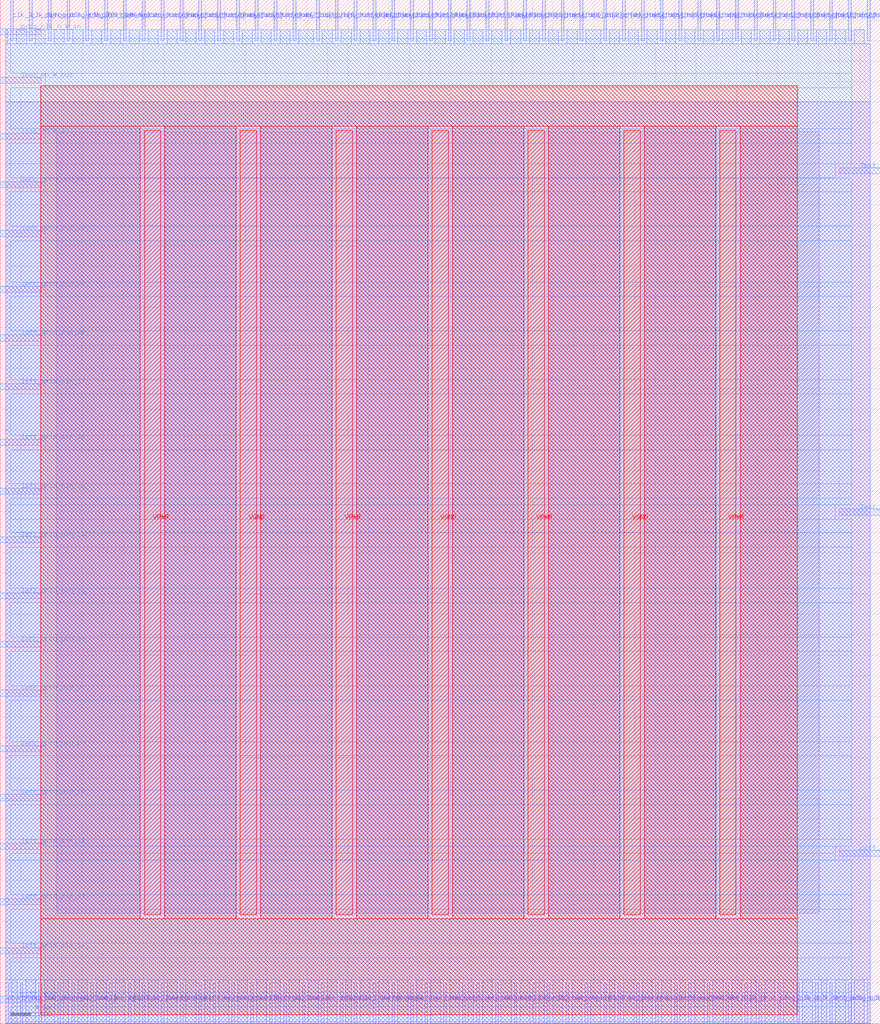
<source format=lef>
VERSION 5.7 ;
  NOWIREEXTENSIONATPIN ON ;
  DIVIDERCHAR "/" ;
  BUSBITCHARS "[]" ;
MACRO cby_1__1_
  CLASS BLOCK ;
  FOREIGN cby_1__1_ ;
  ORIGIN 0.000 0.000 ;
  SIZE 86.000 BY 100.000 ;
  PIN Test_en_E_in
    DIRECTION INPUT ;
    USE SIGNAL ;
    PORT
      LAYER met3 ;
        RECT 82.000 83.000 86.000 83.600 ;
    END
  END Test_en_E_in
  PIN Test_en_E_out
    DIRECTION OUTPUT TRISTATE ;
    USE SIGNAL ;
    PORT
      LAYER met3 ;
        RECT 82.000 49.680 86.000 50.280 ;
    END
  END Test_en_E_out
  PIN Test_en_N_out
    DIRECTION OUTPUT TRISTATE ;
    USE SIGNAL ;
    PORT
      LAYER met2 ;
        RECT 10.210 96.000 10.490 100.000 ;
    END
  END Test_en_N_out
  PIN Test_en_S_in
    DIRECTION INPUT ;
    USE SIGNAL ;
    PORT
      LAYER met2 ;
        RECT 69.090 0.000 69.370 4.000 ;
    END
  END Test_en_S_in
  PIN Test_en_W_in
    DIRECTION INPUT ;
    USE SIGNAL ;
    PORT
      LAYER met3 ;
        RECT 0.000 86.400 4.000 87.000 ;
    END
  END Test_en_W_in
  PIN Test_en_W_out
    DIRECTION OUTPUT TRISTATE ;
    USE SIGNAL ;
    PORT
      LAYER met3 ;
        RECT 0.000 91.840 4.000 92.440 ;
    END
  END Test_en_W_out
  PIN VGND
    DIRECTION INPUT ;
    USE GROUND ;
    PORT
      LAYER met4 ;
        RECT 23.460 10.640 25.060 87.280 ;
    END
    PORT
      LAYER met4 ;
        RECT 42.200 10.640 43.800 87.280 ;
    END
    PORT
      LAYER met4 ;
        RECT 60.940 10.640 62.540 87.280 ;
    END
  END VGND
  PIN VPWR
    DIRECTION INPUT ;
    USE POWER ;
    PORT
      LAYER met4 ;
        RECT 14.090 10.640 15.690 87.280 ;
    END
    PORT
      LAYER met4 ;
        RECT 32.830 10.640 34.430 87.280 ;
    END
    PORT
      LAYER met4 ;
        RECT 51.570 10.640 53.170 87.280 ;
    END
    PORT
      LAYER met4 ;
        RECT 70.310 10.640 71.910 87.280 ;
    END
  END VPWR
  PIN ccff_head
    DIRECTION INPUT ;
    USE SIGNAL ;
    PORT
      LAYER met3 ;
        RECT 0.000 2.080 4.000 2.680 ;
    END
  END ccff_head
  PIN ccff_tail
    DIRECTION OUTPUT TRISTATE ;
    USE SIGNAL ;
    PORT
      LAYER met3 ;
        RECT 82.000 16.360 86.000 16.960 ;
    END
  END ccff_tail
  PIN chany_bottom_in[0]
    DIRECTION INPUT ;
    USE SIGNAL ;
    PORT
      LAYER met2 ;
        RECT 34.590 0.000 34.870 4.000 ;
    END
  END chany_bottom_in[0]
  PIN chany_bottom_in[10]
    DIRECTION INPUT ;
    USE SIGNAL ;
    PORT
      LAYER met2 ;
        RECT 52.070 0.000 52.350 4.000 ;
    END
  END chany_bottom_in[10]
  PIN chany_bottom_in[11]
    DIRECTION INPUT ;
    USE SIGNAL ;
    PORT
      LAYER met2 ;
        RECT 53.450 0.000 53.730 4.000 ;
    END
  END chany_bottom_in[11]
  PIN chany_bottom_in[12]
    DIRECTION INPUT ;
    USE SIGNAL ;
    PORT
      LAYER met2 ;
        RECT 55.290 0.000 55.570 4.000 ;
    END
  END chany_bottom_in[12]
  PIN chany_bottom_in[13]
    DIRECTION INPUT ;
    USE SIGNAL ;
    PORT
      LAYER met2 ;
        RECT 57.130 0.000 57.410 4.000 ;
    END
  END chany_bottom_in[13]
  PIN chany_bottom_in[14]
    DIRECTION INPUT ;
    USE SIGNAL ;
    PORT
      LAYER met2 ;
        RECT 58.970 0.000 59.250 4.000 ;
    END
  END chany_bottom_in[14]
  PIN chany_bottom_in[15]
    DIRECTION INPUT ;
    USE SIGNAL ;
    PORT
      LAYER met2 ;
        RECT 60.350 0.000 60.630 4.000 ;
    END
  END chany_bottom_in[15]
  PIN chany_bottom_in[16]
    DIRECTION INPUT ;
    USE SIGNAL ;
    PORT
      LAYER met2 ;
        RECT 62.190 0.000 62.470 4.000 ;
    END
  END chany_bottom_in[16]
  PIN chany_bottom_in[17]
    DIRECTION INPUT ;
    USE SIGNAL ;
    PORT
      LAYER met2 ;
        RECT 64.030 0.000 64.310 4.000 ;
    END
  END chany_bottom_in[17]
  PIN chany_bottom_in[18]
    DIRECTION INPUT ;
    USE SIGNAL ;
    PORT
      LAYER met2 ;
        RECT 65.870 0.000 66.150 4.000 ;
    END
  END chany_bottom_in[18]
  PIN chany_bottom_in[19]
    DIRECTION INPUT ;
    USE SIGNAL ;
    PORT
      LAYER met2 ;
        RECT 67.250 0.000 67.530 4.000 ;
    END
  END chany_bottom_in[19]
  PIN chany_bottom_in[1]
    DIRECTION INPUT ;
    USE SIGNAL ;
    PORT
      LAYER met2 ;
        RECT 36.430 0.000 36.710 4.000 ;
    END
  END chany_bottom_in[1]
  PIN chany_bottom_in[2]
    DIRECTION INPUT ;
    USE SIGNAL ;
    PORT
      LAYER met2 ;
        RECT 38.270 0.000 38.550 4.000 ;
    END
  END chany_bottom_in[2]
  PIN chany_bottom_in[3]
    DIRECTION INPUT ;
    USE SIGNAL ;
    PORT
      LAYER met2 ;
        RECT 40.110 0.000 40.390 4.000 ;
    END
  END chany_bottom_in[3]
  PIN chany_bottom_in[4]
    DIRECTION INPUT ;
    USE SIGNAL ;
    PORT
      LAYER met2 ;
        RECT 41.490 0.000 41.770 4.000 ;
    END
  END chany_bottom_in[4]
  PIN chany_bottom_in[5]
    DIRECTION INPUT ;
    USE SIGNAL ;
    PORT
      LAYER met2 ;
        RECT 43.330 0.000 43.610 4.000 ;
    END
  END chany_bottom_in[5]
  PIN chany_bottom_in[6]
    DIRECTION INPUT ;
    USE SIGNAL ;
    PORT
      LAYER met2 ;
        RECT 45.170 0.000 45.450 4.000 ;
    END
  END chany_bottom_in[6]
  PIN chany_bottom_in[7]
    DIRECTION INPUT ;
    USE SIGNAL ;
    PORT
      LAYER met2 ;
        RECT 46.550 0.000 46.830 4.000 ;
    END
  END chany_bottom_in[7]
  PIN chany_bottom_in[8]
    DIRECTION INPUT ;
    USE SIGNAL ;
    PORT
      LAYER met2 ;
        RECT 48.390 0.000 48.670 4.000 ;
    END
  END chany_bottom_in[8]
  PIN chany_bottom_in[9]
    DIRECTION INPUT ;
    USE SIGNAL ;
    PORT
      LAYER met2 ;
        RECT 50.230 0.000 50.510 4.000 ;
    END
  END chany_bottom_in[9]
  PIN chany_bottom_out[0]
    DIRECTION OUTPUT TRISTATE ;
    USE SIGNAL ;
    PORT
      LAYER met2 ;
        RECT 0.550 0.000 0.830 4.000 ;
    END
  END chany_bottom_out[0]
  PIN chany_bottom_out[10]
    DIRECTION OUTPUT TRISTATE ;
    USE SIGNAL ;
    PORT
      LAYER met2 ;
        RECT 17.570 0.000 17.850 4.000 ;
    END
  END chany_bottom_out[10]
  PIN chany_bottom_out[11]
    DIRECTION OUTPUT TRISTATE ;
    USE SIGNAL ;
    PORT
      LAYER met2 ;
        RECT 19.410 0.000 19.690 4.000 ;
    END
  END chany_bottom_out[11]
  PIN chany_bottom_out[12]
    DIRECTION OUTPUT TRISTATE ;
    USE SIGNAL ;
    PORT
      LAYER met2 ;
        RECT 20.790 0.000 21.070 4.000 ;
    END
  END chany_bottom_out[12]
  PIN chany_bottom_out[13]
    DIRECTION OUTPUT TRISTATE ;
    USE SIGNAL ;
    PORT
      LAYER met2 ;
        RECT 22.630 0.000 22.910 4.000 ;
    END
  END chany_bottom_out[13]
  PIN chany_bottom_out[14]
    DIRECTION OUTPUT TRISTATE ;
    USE SIGNAL ;
    PORT
      LAYER met2 ;
        RECT 24.470 0.000 24.750 4.000 ;
    END
  END chany_bottom_out[14]
  PIN chany_bottom_out[15]
    DIRECTION OUTPUT TRISTATE ;
    USE SIGNAL ;
    PORT
      LAYER met2 ;
        RECT 26.310 0.000 26.590 4.000 ;
    END
  END chany_bottom_out[15]
  PIN chany_bottom_out[16]
    DIRECTION OUTPUT TRISTATE ;
    USE SIGNAL ;
    PORT
      LAYER met2 ;
        RECT 27.690 0.000 27.970 4.000 ;
    END
  END chany_bottom_out[16]
  PIN chany_bottom_out[17]
    DIRECTION OUTPUT TRISTATE ;
    USE SIGNAL ;
    PORT
      LAYER met2 ;
        RECT 29.530 0.000 29.810 4.000 ;
    END
  END chany_bottom_out[17]
  PIN chany_bottom_out[18]
    DIRECTION OUTPUT TRISTATE ;
    USE SIGNAL ;
    PORT
      LAYER met2 ;
        RECT 31.370 0.000 31.650 4.000 ;
    END
  END chany_bottom_out[18]
  PIN chany_bottom_out[19]
    DIRECTION OUTPUT TRISTATE ;
    USE SIGNAL ;
    PORT
      LAYER met2 ;
        RECT 33.210 0.000 33.490 4.000 ;
    END
  END chany_bottom_out[19]
  PIN chany_bottom_out[1]
    DIRECTION OUTPUT TRISTATE ;
    USE SIGNAL ;
    PORT
      LAYER met2 ;
        RECT 1.930 0.000 2.210 4.000 ;
    END
  END chany_bottom_out[1]
  PIN chany_bottom_out[2]
    DIRECTION OUTPUT TRISTATE ;
    USE SIGNAL ;
    PORT
      LAYER met2 ;
        RECT 3.770 0.000 4.050 4.000 ;
    END
  END chany_bottom_out[2]
  PIN chany_bottom_out[3]
    DIRECTION OUTPUT TRISTATE ;
    USE SIGNAL ;
    PORT
      LAYER met2 ;
        RECT 5.610 0.000 5.890 4.000 ;
    END
  END chany_bottom_out[3]
  PIN chany_bottom_out[4]
    DIRECTION OUTPUT TRISTATE ;
    USE SIGNAL ;
    PORT
      LAYER met2 ;
        RECT 6.990 0.000 7.270 4.000 ;
    END
  END chany_bottom_out[4]
  PIN chany_bottom_out[5]
    DIRECTION OUTPUT TRISTATE ;
    USE SIGNAL ;
    PORT
      LAYER met2 ;
        RECT 8.830 0.000 9.110 4.000 ;
    END
  END chany_bottom_out[5]
  PIN chany_bottom_out[6]
    DIRECTION OUTPUT TRISTATE ;
    USE SIGNAL ;
    PORT
      LAYER met2 ;
        RECT 10.670 0.000 10.950 4.000 ;
    END
  END chany_bottom_out[6]
  PIN chany_bottom_out[7]
    DIRECTION OUTPUT TRISTATE ;
    USE SIGNAL ;
    PORT
      LAYER met2 ;
        RECT 12.510 0.000 12.790 4.000 ;
    END
  END chany_bottom_out[7]
  PIN chany_bottom_out[8]
    DIRECTION OUTPUT TRISTATE ;
    USE SIGNAL ;
    PORT
      LAYER met2 ;
        RECT 13.890 0.000 14.170 4.000 ;
    END
  END chany_bottom_out[8]
  PIN chany_bottom_out[9]
    DIRECTION OUTPUT TRISTATE ;
    USE SIGNAL ;
    PORT
      LAYER met2 ;
        RECT 15.730 0.000 16.010 4.000 ;
    END
  END chany_bottom_out[9]
  PIN chany_top_in[0]
    DIRECTION INPUT ;
    USE SIGNAL ;
    PORT
      LAYER met2 ;
        RECT 49.310 96.000 49.590 100.000 ;
    END
  END chany_top_in[0]
  PIN chany_top_in[10]
    DIRECTION INPUT ;
    USE SIGNAL ;
    PORT
      LAYER met2 ;
        RECT 68.170 96.000 68.450 100.000 ;
    END
  END chany_top_in[10]
  PIN chany_top_in[11]
    DIRECTION INPUT ;
    USE SIGNAL ;
    PORT
      LAYER met2 ;
        RECT 70.010 96.000 70.290 100.000 ;
    END
  END chany_top_in[11]
  PIN chany_top_in[12]
    DIRECTION INPUT ;
    USE SIGNAL ;
    PORT
      LAYER met2 ;
        RECT 71.850 96.000 72.130 100.000 ;
    END
  END chany_top_in[12]
  PIN chany_top_in[13]
    DIRECTION INPUT ;
    USE SIGNAL ;
    PORT
      LAYER met2 ;
        RECT 73.690 96.000 73.970 100.000 ;
    END
  END chany_top_in[13]
  PIN chany_top_in[14]
    DIRECTION INPUT ;
    USE SIGNAL ;
    PORT
      LAYER met2 ;
        RECT 75.530 96.000 75.810 100.000 ;
    END
  END chany_top_in[14]
  PIN chany_top_in[15]
    DIRECTION INPUT ;
    USE SIGNAL ;
    PORT
      LAYER met2 ;
        RECT 77.370 96.000 77.650 100.000 ;
    END
  END chany_top_in[15]
  PIN chany_top_in[16]
    DIRECTION INPUT ;
    USE SIGNAL ;
    PORT
      LAYER met2 ;
        RECT 79.210 96.000 79.490 100.000 ;
    END
  END chany_top_in[16]
  PIN chany_top_in[17]
    DIRECTION INPUT ;
    USE SIGNAL ;
    PORT
      LAYER met2 ;
        RECT 81.050 96.000 81.330 100.000 ;
    END
  END chany_top_in[17]
  PIN chany_top_in[18]
    DIRECTION INPUT ;
    USE SIGNAL ;
    PORT
      LAYER met2 ;
        RECT 82.890 96.000 83.170 100.000 ;
    END
  END chany_top_in[18]
  PIN chany_top_in[19]
    DIRECTION INPUT ;
    USE SIGNAL ;
    PORT
      LAYER met2 ;
        RECT 84.730 96.000 85.010 100.000 ;
    END
  END chany_top_in[19]
  PIN chany_top_in[1]
    DIRECTION INPUT ;
    USE SIGNAL ;
    PORT
      LAYER met2 ;
        RECT 51.150 96.000 51.430 100.000 ;
    END
  END chany_top_in[1]
  PIN chany_top_in[2]
    DIRECTION INPUT ;
    USE SIGNAL ;
    PORT
      LAYER met2 ;
        RECT 52.990 96.000 53.270 100.000 ;
    END
  END chany_top_in[2]
  PIN chany_top_in[3]
    DIRECTION INPUT ;
    USE SIGNAL ;
    PORT
      LAYER met2 ;
        RECT 54.830 96.000 55.110 100.000 ;
    END
  END chany_top_in[3]
  PIN chany_top_in[4]
    DIRECTION INPUT ;
    USE SIGNAL ;
    PORT
      LAYER met2 ;
        RECT 56.670 96.000 56.950 100.000 ;
    END
  END chany_top_in[4]
  PIN chany_top_in[5]
    DIRECTION INPUT ;
    USE SIGNAL ;
    PORT
      LAYER met2 ;
        RECT 58.970 96.000 59.250 100.000 ;
    END
  END chany_top_in[5]
  PIN chany_top_in[6]
    DIRECTION INPUT ;
    USE SIGNAL ;
    PORT
      LAYER met2 ;
        RECT 60.810 96.000 61.090 100.000 ;
    END
  END chany_top_in[6]
  PIN chany_top_in[7]
    DIRECTION INPUT ;
    USE SIGNAL ;
    PORT
      LAYER met2 ;
        RECT 62.650 96.000 62.930 100.000 ;
    END
  END chany_top_in[7]
  PIN chany_top_in[8]
    DIRECTION INPUT ;
    USE SIGNAL ;
    PORT
      LAYER met2 ;
        RECT 64.490 96.000 64.770 100.000 ;
    END
  END chany_top_in[8]
  PIN chany_top_in[9]
    DIRECTION INPUT ;
    USE SIGNAL ;
    PORT
      LAYER met2 ;
        RECT 66.330 96.000 66.610 100.000 ;
    END
  END chany_top_in[9]
  PIN chany_top_out[0]
    DIRECTION OUTPUT TRISTATE ;
    USE SIGNAL ;
    PORT
      LAYER met2 ;
        RECT 12.050 96.000 12.330 100.000 ;
    END
  END chany_top_out[0]
  PIN chany_top_out[10]
    DIRECTION OUTPUT TRISTATE ;
    USE SIGNAL ;
    PORT
      LAYER met2 ;
        RECT 30.910 96.000 31.190 100.000 ;
    END
  END chany_top_out[10]
  PIN chany_top_out[11]
    DIRECTION OUTPUT TRISTATE ;
    USE SIGNAL ;
    PORT
      LAYER met2 ;
        RECT 32.750 96.000 33.030 100.000 ;
    END
  END chany_top_out[11]
  PIN chany_top_out[12]
    DIRECTION OUTPUT TRISTATE ;
    USE SIGNAL ;
    PORT
      LAYER met2 ;
        RECT 34.590 96.000 34.870 100.000 ;
    END
  END chany_top_out[12]
  PIN chany_top_out[13]
    DIRECTION OUTPUT TRISTATE ;
    USE SIGNAL ;
    PORT
      LAYER met2 ;
        RECT 36.430 96.000 36.710 100.000 ;
    END
  END chany_top_out[13]
  PIN chany_top_out[14]
    DIRECTION OUTPUT TRISTATE ;
    USE SIGNAL ;
    PORT
      LAYER met2 ;
        RECT 38.270 96.000 38.550 100.000 ;
    END
  END chany_top_out[14]
  PIN chany_top_out[15]
    DIRECTION OUTPUT TRISTATE ;
    USE SIGNAL ;
    PORT
      LAYER met2 ;
        RECT 40.110 96.000 40.390 100.000 ;
    END
  END chany_top_out[15]
  PIN chany_top_out[16]
    DIRECTION OUTPUT TRISTATE ;
    USE SIGNAL ;
    PORT
      LAYER met2 ;
        RECT 41.950 96.000 42.230 100.000 ;
    END
  END chany_top_out[16]
  PIN chany_top_out[17]
    DIRECTION OUTPUT TRISTATE ;
    USE SIGNAL ;
    PORT
      LAYER met2 ;
        RECT 43.790 96.000 44.070 100.000 ;
    END
  END chany_top_out[17]
  PIN chany_top_out[18]
    DIRECTION OUTPUT TRISTATE ;
    USE SIGNAL ;
    PORT
      LAYER met2 ;
        RECT 45.630 96.000 45.910 100.000 ;
    END
  END chany_top_out[18]
  PIN chany_top_out[19]
    DIRECTION OUTPUT TRISTATE ;
    USE SIGNAL ;
    PORT
      LAYER met2 ;
        RECT 47.470 96.000 47.750 100.000 ;
    END
  END chany_top_out[19]
  PIN chany_top_out[1]
    DIRECTION OUTPUT TRISTATE ;
    USE SIGNAL ;
    PORT
      LAYER met2 ;
        RECT 13.890 96.000 14.170 100.000 ;
    END
  END chany_top_out[1]
  PIN chany_top_out[2]
    DIRECTION OUTPUT TRISTATE ;
    USE SIGNAL ;
    PORT
      LAYER met2 ;
        RECT 15.730 96.000 16.010 100.000 ;
    END
  END chany_top_out[2]
  PIN chany_top_out[3]
    DIRECTION OUTPUT TRISTATE ;
    USE SIGNAL ;
    PORT
      LAYER met2 ;
        RECT 17.570 96.000 17.850 100.000 ;
    END
  END chany_top_out[3]
  PIN chany_top_out[4]
    DIRECTION OUTPUT TRISTATE ;
    USE SIGNAL ;
    PORT
      LAYER met2 ;
        RECT 19.410 96.000 19.690 100.000 ;
    END
  END chany_top_out[4]
  PIN chany_top_out[5]
    DIRECTION OUTPUT TRISTATE ;
    USE SIGNAL ;
    PORT
      LAYER met2 ;
        RECT 21.250 96.000 21.530 100.000 ;
    END
  END chany_top_out[5]
  PIN chany_top_out[6]
    DIRECTION OUTPUT TRISTATE ;
    USE SIGNAL ;
    PORT
      LAYER met2 ;
        RECT 23.090 96.000 23.370 100.000 ;
    END
  END chany_top_out[6]
  PIN chany_top_out[7]
    DIRECTION OUTPUT TRISTATE ;
    USE SIGNAL ;
    PORT
      LAYER met2 ;
        RECT 24.930 96.000 25.210 100.000 ;
    END
  END chany_top_out[7]
  PIN chany_top_out[8]
    DIRECTION OUTPUT TRISTATE ;
    USE SIGNAL ;
    PORT
      LAYER met2 ;
        RECT 26.770 96.000 27.050 100.000 ;
    END
  END chany_top_out[8]
  PIN chany_top_out[9]
    DIRECTION OUTPUT TRISTATE ;
    USE SIGNAL ;
    PORT
      LAYER met2 ;
        RECT 28.610 96.000 28.890 100.000 ;
    END
  END chany_top_out[9]
  PIN clk_2_N_out
    DIRECTION OUTPUT TRISTATE ;
    USE SIGNAL ;
    PORT
      LAYER met2 ;
        RECT 1.010 96.000 1.290 100.000 ;
    END
  END clk_2_N_out
  PIN clk_2_S_in
    DIRECTION INPUT ;
    USE SIGNAL ;
    PORT
      LAYER met2 ;
        RECT 70.930 0.000 71.210 4.000 ;
    END
  END clk_2_S_in
  PIN clk_2_S_out
    DIRECTION OUTPUT TRISTATE ;
    USE SIGNAL ;
    PORT
      LAYER met2 ;
        RECT 77.830 0.000 78.110 4.000 ;
    END
  END clk_2_S_out
  PIN clk_3_N_out
    DIRECTION OUTPUT TRISTATE ;
    USE SIGNAL ;
    PORT
      LAYER met2 ;
        RECT 2.850 96.000 3.130 100.000 ;
    END
  END clk_3_N_out
  PIN clk_3_S_in
    DIRECTION INPUT ;
    USE SIGNAL ;
    PORT
      LAYER met2 ;
        RECT 72.770 0.000 73.050 4.000 ;
    END
  END clk_3_S_in
  PIN clk_3_S_out
    DIRECTION OUTPUT TRISTATE ;
    USE SIGNAL ;
    PORT
      LAYER met2 ;
        RECT 79.670 0.000 79.950 4.000 ;
    END
  END clk_3_S_out
  PIN left_grid_pin_16_
    DIRECTION OUTPUT TRISTATE ;
    USE SIGNAL ;
    PORT
      LAYER met3 ;
        RECT 0.000 6.840 4.000 7.440 ;
    END
  END left_grid_pin_16_
  PIN left_grid_pin_17_
    DIRECTION OUTPUT TRISTATE ;
    USE SIGNAL ;
    PORT
      LAYER met3 ;
        RECT 0.000 11.600 4.000 12.200 ;
    END
  END left_grid_pin_17_
  PIN left_grid_pin_18_
    DIRECTION OUTPUT TRISTATE ;
    USE SIGNAL ;
    PORT
      LAYER met3 ;
        RECT 0.000 17.040 4.000 17.640 ;
    END
  END left_grid_pin_18_
  PIN left_grid_pin_19_
    DIRECTION OUTPUT TRISTATE ;
    USE SIGNAL ;
    PORT
      LAYER met3 ;
        RECT 0.000 21.800 4.000 22.400 ;
    END
  END left_grid_pin_19_
  PIN left_grid_pin_20_
    DIRECTION OUTPUT TRISTATE ;
    USE SIGNAL ;
    PORT
      LAYER met3 ;
        RECT 0.000 26.560 4.000 27.160 ;
    END
  END left_grid_pin_20_
  PIN left_grid_pin_21_
    DIRECTION OUTPUT TRISTATE ;
    USE SIGNAL ;
    PORT
      LAYER met3 ;
        RECT 0.000 32.000 4.000 32.600 ;
    END
  END left_grid_pin_21_
  PIN left_grid_pin_22_
    DIRECTION OUTPUT TRISTATE ;
    USE SIGNAL ;
    PORT
      LAYER met3 ;
        RECT 0.000 36.760 4.000 37.360 ;
    END
  END left_grid_pin_22_
  PIN left_grid_pin_23_
    DIRECTION OUTPUT TRISTATE ;
    USE SIGNAL ;
    PORT
      LAYER met3 ;
        RECT 0.000 41.520 4.000 42.120 ;
    END
  END left_grid_pin_23_
  PIN left_grid_pin_24_
    DIRECTION OUTPUT TRISTATE ;
    USE SIGNAL ;
    PORT
      LAYER met3 ;
        RECT 0.000 46.960 4.000 47.560 ;
    END
  END left_grid_pin_24_
  PIN left_grid_pin_25_
    DIRECTION OUTPUT TRISTATE ;
    USE SIGNAL ;
    PORT
      LAYER met3 ;
        RECT 0.000 51.720 4.000 52.320 ;
    END
  END left_grid_pin_25_
  PIN left_grid_pin_26_
    DIRECTION OUTPUT TRISTATE ;
    USE SIGNAL ;
    PORT
      LAYER met3 ;
        RECT 0.000 56.480 4.000 57.080 ;
    END
  END left_grid_pin_26_
  PIN left_grid_pin_27_
    DIRECTION OUTPUT TRISTATE ;
    USE SIGNAL ;
    PORT
      LAYER met3 ;
        RECT 0.000 61.920 4.000 62.520 ;
    END
  END left_grid_pin_27_
  PIN left_grid_pin_28_
    DIRECTION OUTPUT TRISTATE ;
    USE SIGNAL ;
    PORT
      LAYER met3 ;
        RECT 0.000 66.680 4.000 67.280 ;
    END
  END left_grid_pin_28_
  PIN left_grid_pin_29_
    DIRECTION OUTPUT TRISTATE ;
    USE SIGNAL ;
    PORT
      LAYER met3 ;
        RECT 0.000 71.440 4.000 72.040 ;
    END
  END left_grid_pin_29_
  PIN left_grid_pin_30_
    DIRECTION OUTPUT TRISTATE ;
    USE SIGNAL ;
    PORT
      LAYER met3 ;
        RECT 0.000 76.880 4.000 77.480 ;
    END
  END left_grid_pin_30_
  PIN left_grid_pin_31_
    DIRECTION OUTPUT TRISTATE ;
    USE SIGNAL ;
    PORT
      LAYER met3 ;
        RECT 0.000 81.640 4.000 82.240 ;
    END
  END left_grid_pin_31_
  PIN prog_clk_0_N_out
    DIRECTION OUTPUT TRISTATE ;
    USE SIGNAL ;
    PORT
      LAYER met2 ;
        RECT 4.690 96.000 4.970 100.000 ;
    END
  END prog_clk_0_N_out
  PIN prog_clk_0_S_out
    DIRECTION OUTPUT TRISTATE ;
    USE SIGNAL ;
    PORT
      LAYER met2 ;
        RECT 81.050 0.000 81.330 4.000 ;
    END
  END prog_clk_0_S_out
  PIN prog_clk_0_W_in
    DIRECTION INPUT ;
    USE SIGNAL ;
    PORT
      LAYER met3 ;
        RECT 0.000 96.600 4.000 97.200 ;
    END
  END prog_clk_0_W_in
  PIN prog_clk_2_N_out
    DIRECTION OUTPUT TRISTATE ;
    USE SIGNAL ;
    PORT
      LAYER met2 ;
        RECT 6.530 96.000 6.810 100.000 ;
    END
  END prog_clk_2_N_out
  PIN prog_clk_2_S_in
    DIRECTION INPUT ;
    USE SIGNAL ;
    PORT
      LAYER met2 ;
        RECT 74.150 0.000 74.430 4.000 ;
    END
  END prog_clk_2_S_in
  PIN prog_clk_2_S_out
    DIRECTION OUTPUT TRISTATE ;
    USE SIGNAL ;
    PORT
      LAYER met2 ;
        RECT 82.890 0.000 83.170 4.000 ;
    END
  END prog_clk_2_S_out
  PIN prog_clk_3_N_out
    DIRECTION OUTPUT TRISTATE ;
    USE SIGNAL ;
    PORT
      LAYER met2 ;
        RECT 8.370 96.000 8.650 100.000 ;
    END
  END prog_clk_3_N_out
  PIN prog_clk_3_S_in
    DIRECTION INPUT ;
    USE SIGNAL ;
    PORT
      LAYER met2 ;
        RECT 75.990 0.000 76.270 4.000 ;
    END
  END prog_clk_3_S_in
  PIN prog_clk_3_S_out
    DIRECTION OUTPUT TRISTATE ;
    USE SIGNAL ;
    PORT
      LAYER met2 ;
        RECT 84.730 0.000 85.010 4.000 ;
    END
  END prog_clk_3_S_out
  OBS
      LAYER li1 ;
        RECT 5.520 10.795 80.040 87.125 ;
      LAYER met1 ;
        RECT 0.530 0.040 85.030 90.060 ;
      LAYER met2 ;
        RECT 0.560 95.720 0.730 97.085 ;
        RECT 1.570 95.720 2.570 97.085 ;
        RECT 3.410 95.720 4.410 97.085 ;
        RECT 5.250 95.720 6.250 97.085 ;
        RECT 7.090 95.720 8.090 97.085 ;
        RECT 8.930 95.720 9.930 97.085 ;
        RECT 10.770 95.720 11.770 97.085 ;
        RECT 12.610 95.720 13.610 97.085 ;
        RECT 14.450 95.720 15.450 97.085 ;
        RECT 16.290 95.720 17.290 97.085 ;
        RECT 18.130 95.720 19.130 97.085 ;
        RECT 19.970 95.720 20.970 97.085 ;
        RECT 21.810 95.720 22.810 97.085 ;
        RECT 23.650 95.720 24.650 97.085 ;
        RECT 25.490 95.720 26.490 97.085 ;
        RECT 27.330 95.720 28.330 97.085 ;
        RECT 29.170 95.720 30.630 97.085 ;
        RECT 31.470 95.720 32.470 97.085 ;
        RECT 33.310 95.720 34.310 97.085 ;
        RECT 35.150 95.720 36.150 97.085 ;
        RECT 36.990 95.720 37.990 97.085 ;
        RECT 38.830 95.720 39.830 97.085 ;
        RECT 40.670 95.720 41.670 97.085 ;
        RECT 42.510 95.720 43.510 97.085 ;
        RECT 44.350 95.720 45.350 97.085 ;
        RECT 46.190 95.720 47.190 97.085 ;
        RECT 48.030 95.720 49.030 97.085 ;
        RECT 49.870 95.720 50.870 97.085 ;
        RECT 51.710 95.720 52.710 97.085 ;
        RECT 53.550 95.720 54.550 97.085 ;
        RECT 55.390 95.720 56.390 97.085 ;
        RECT 57.230 95.720 58.690 97.085 ;
        RECT 59.530 95.720 60.530 97.085 ;
        RECT 61.370 95.720 62.370 97.085 ;
        RECT 63.210 95.720 64.210 97.085 ;
        RECT 65.050 95.720 66.050 97.085 ;
        RECT 66.890 95.720 67.890 97.085 ;
        RECT 68.730 95.720 69.730 97.085 ;
        RECT 70.570 95.720 71.570 97.085 ;
        RECT 72.410 95.720 73.410 97.085 ;
        RECT 74.250 95.720 75.250 97.085 ;
        RECT 76.090 95.720 77.090 97.085 ;
        RECT 77.930 95.720 78.930 97.085 ;
        RECT 79.770 95.720 80.770 97.085 ;
        RECT 81.610 95.720 82.610 97.085 ;
        RECT 83.450 95.720 84.450 97.085 ;
        RECT 0.560 4.280 85.000 95.720 ;
        RECT 1.110 0.010 1.650 4.280 ;
        RECT 2.490 0.010 3.490 4.280 ;
        RECT 4.330 0.010 5.330 4.280 ;
        RECT 6.170 0.010 6.710 4.280 ;
        RECT 7.550 0.010 8.550 4.280 ;
        RECT 9.390 0.010 10.390 4.280 ;
        RECT 11.230 0.010 12.230 4.280 ;
        RECT 13.070 0.010 13.610 4.280 ;
        RECT 14.450 0.010 15.450 4.280 ;
        RECT 16.290 0.010 17.290 4.280 ;
        RECT 18.130 0.010 19.130 4.280 ;
        RECT 19.970 0.010 20.510 4.280 ;
        RECT 21.350 0.010 22.350 4.280 ;
        RECT 23.190 0.010 24.190 4.280 ;
        RECT 25.030 0.010 26.030 4.280 ;
        RECT 26.870 0.010 27.410 4.280 ;
        RECT 28.250 0.010 29.250 4.280 ;
        RECT 30.090 0.010 31.090 4.280 ;
        RECT 31.930 0.010 32.930 4.280 ;
        RECT 33.770 0.010 34.310 4.280 ;
        RECT 35.150 0.010 36.150 4.280 ;
        RECT 36.990 0.010 37.990 4.280 ;
        RECT 38.830 0.010 39.830 4.280 ;
        RECT 40.670 0.010 41.210 4.280 ;
        RECT 42.050 0.010 43.050 4.280 ;
        RECT 43.890 0.010 44.890 4.280 ;
        RECT 45.730 0.010 46.270 4.280 ;
        RECT 47.110 0.010 48.110 4.280 ;
        RECT 48.950 0.010 49.950 4.280 ;
        RECT 50.790 0.010 51.790 4.280 ;
        RECT 52.630 0.010 53.170 4.280 ;
        RECT 54.010 0.010 55.010 4.280 ;
        RECT 55.850 0.010 56.850 4.280 ;
        RECT 57.690 0.010 58.690 4.280 ;
        RECT 59.530 0.010 60.070 4.280 ;
        RECT 60.910 0.010 61.910 4.280 ;
        RECT 62.750 0.010 63.750 4.280 ;
        RECT 64.590 0.010 65.590 4.280 ;
        RECT 66.430 0.010 66.970 4.280 ;
        RECT 67.810 0.010 68.810 4.280 ;
        RECT 69.650 0.010 70.650 4.280 ;
        RECT 71.490 0.010 72.490 4.280 ;
        RECT 73.330 0.010 73.870 4.280 ;
        RECT 74.710 0.010 75.710 4.280 ;
        RECT 76.550 0.010 77.550 4.280 ;
        RECT 78.390 0.010 79.390 4.280 ;
        RECT 80.230 0.010 80.770 4.280 ;
        RECT 81.610 0.010 82.610 4.280 ;
        RECT 83.450 0.010 84.450 4.280 ;
      LAYER met3 ;
        RECT 4.400 96.200 83.195 97.065 ;
        RECT 0.985 92.840 83.195 96.200 ;
        RECT 4.400 91.440 83.195 92.840 ;
        RECT 0.985 87.400 83.195 91.440 ;
        RECT 4.400 86.000 83.195 87.400 ;
        RECT 0.985 84.000 83.195 86.000 ;
        RECT 0.985 82.640 81.600 84.000 ;
        RECT 4.400 82.600 81.600 82.640 ;
        RECT 4.400 81.240 83.195 82.600 ;
        RECT 0.985 77.880 83.195 81.240 ;
        RECT 4.400 76.480 83.195 77.880 ;
        RECT 0.985 72.440 83.195 76.480 ;
        RECT 4.400 71.040 83.195 72.440 ;
        RECT 0.985 67.680 83.195 71.040 ;
        RECT 4.400 66.280 83.195 67.680 ;
        RECT 0.985 62.920 83.195 66.280 ;
        RECT 4.400 61.520 83.195 62.920 ;
        RECT 0.985 57.480 83.195 61.520 ;
        RECT 4.400 56.080 83.195 57.480 ;
        RECT 0.985 52.720 83.195 56.080 ;
        RECT 4.400 51.320 83.195 52.720 ;
        RECT 0.985 50.680 83.195 51.320 ;
        RECT 0.985 49.280 81.600 50.680 ;
        RECT 0.985 47.960 83.195 49.280 ;
        RECT 4.400 46.560 83.195 47.960 ;
        RECT 0.985 42.520 83.195 46.560 ;
        RECT 4.400 41.120 83.195 42.520 ;
        RECT 0.985 37.760 83.195 41.120 ;
        RECT 4.400 36.360 83.195 37.760 ;
        RECT 0.985 33.000 83.195 36.360 ;
        RECT 4.400 31.600 83.195 33.000 ;
        RECT 0.985 27.560 83.195 31.600 ;
        RECT 4.400 26.160 83.195 27.560 ;
        RECT 0.985 22.800 83.195 26.160 ;
        RECT 4.400 21.400 83.195 22.800 ;
        RECT 0.985 18.040 83.195 21.400 ;
        RECT 4.400 17.360 83.195 18.040 ;
        RECT 4.400 16.640 81.600 17.360 ;
        RECT 0.985 15.960 81.600 16.640 ;
        RECT 0.985 12.600 83.195 15.960 ;
        RECT 4.400 11.200 83.195 12.600 ;
        RECT 0.985 7.840 83.195 11.200 ;
        RECT 4.400 6.440 83.195 7.840 ;
        RECT 0.985 3.080 83.195 6.440 ;
        RECT 4.400 1.680 83.195 3.080 ;
        RECT 0.985 0.175 83.195 1.680 ;
      LAYER met4 ;
        RECT 3.975 87.680 77.905 91.625 ;
        RECT 3.975 10.240 13.690 87.680 ;
        RECT 16.090 10.240 23.060 87.680 ;
        RECT 25.460 10.240 32.430 87.680 ;
        RECT 34.830 10.240 41.800 87.680 ;
        RECT 44.200 10.240 51.170 87.680 ;
        RECT 53.570 10.240 60.540 87.680 ;
        RECT 62.940 10.240 69.910 87.680 ;
        RECT 72.310 10.240 77.905 87.680 ;
        RECT 3.975 0.855 77.905 10.240 ;
  END
END cby_1__1_
END LIBRARY


</source>
